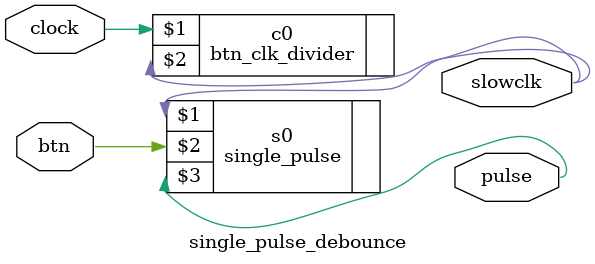
<source format=v>
`timescale 1ns / 1ps

module single_pulse_debounce(
    input clock,
    input btn,
    output slowclk, pulse
    );
    btn_clk_divider c0(clock, slowclk);
    single_pulse s0(slowclk,btn , pulse);
endmodule
</source>
